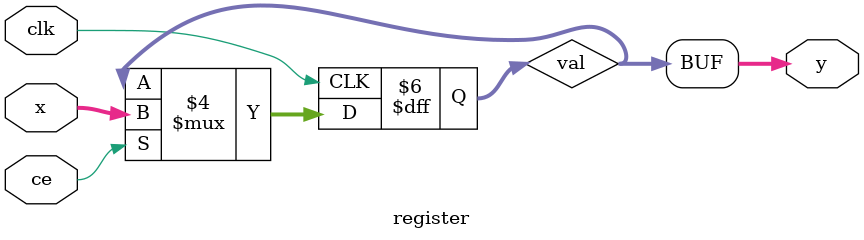
<source format=v>
`timescale 1ns / 1ps


module register #
(
parameter N = 4
)
(
input clk,
input [N-1:0] x,
input ce,
output [N-1:0] y
);

reg [N-1:0] val = 0;

always @(posedge clk)
begin
    if(ce) val <= x;
    else val <= val;
end

assign y = val;

endmodule


</source>
